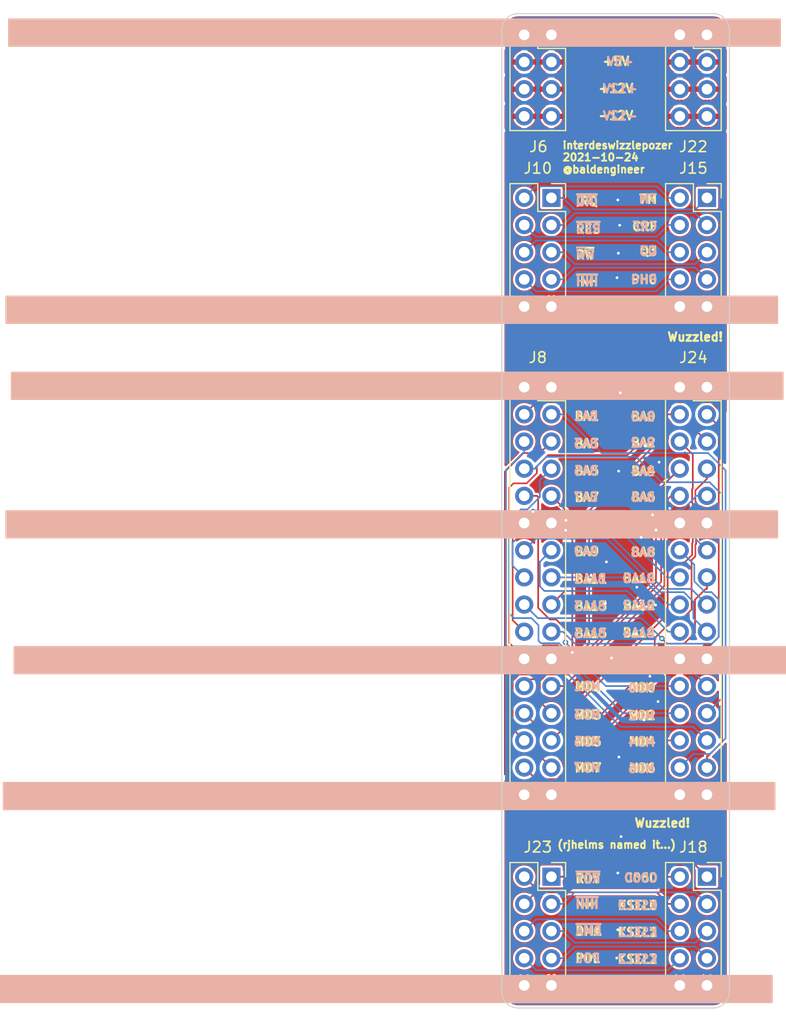
<source format=kicad_pcb>
(kicad_pcb (version 20171130) (host pcbnew "(5.1.10)-1")
  (layers (0 F.Cu signal) (31 B.Cu signal) (34 B.Paste user) (35 F.Paste user) (36 B.SilkS user) (37 F.SilkS user) (38 B.Mask user) (39 F.Mask user) (44 Edge.Cuts user))
  (net 0 "")
  (net 1 +5V)
  (net 2 +12V)
  (net 3 -12V)
  (net 4 /KSEL2)
  (net 5 /PDLTRIG)
  (net 6 /KSEL1)
  (net 7 /~DMA)
  (net 8 /KSEL0)
  (net 9 /~NMI)
  (net 10 /C060-67)
  (net 11 /~RDY)
  (net 12 /MD6)
  (net 13 /MD7)
  (net 14 /MD4)
  (net 15 /MD5)
  (net 16 /MD2)
  (net 17 /MD3)
  (net 18 /MD0)
  (net 19 /MD1)
  (net 20 /BA14)
  (net 21 /BA15)
  (net 22 /BA12)
  (net 23 /BA13)
  (net 24 /BA10)
  (net 25 /BA11)
  (net 26 /BA8)
  (net 27 /BA9)
  (net 28 /BA6)
  (net 29 /BA7)
  (net 30 /BA4)
  (net 31 /BA5)
  (net 32 /BA2)
  (net 33 /BA3)
  (net 34 /BA0)
  (net 35 /BA1)
  (net 36 /PH0)
  (net 37 /~INH)
  (net 38 /Q3)
  (net 39 /RW)
  (net 40 /CREF)
  (net 41 /~RESET)
  (net 42 /7M)
  (net 43 /~IRQ)
  (net 44 /GND)
  (module Connector_PinSocket_2.54mm:PinSocket_2x16_P2.54mm_Vertical (layer F.Cu) (at 96.266 62.865)
    (fp_text reference J24 (at -1.27 -2.77) (layer F.SilkS))
    (fp_text value Addr_Main_Data)
    (pad 32 thru_hole oval (at -2.54 38.1) (size 1.7 1.7) (drill 1) (layers *.Cu *.Mask) (net 44 /GND))
    (pad 31 thru_hole oval (at 0 38.1) (size 1.7 1.7) (drill 1) (layers *.Cu *.Mask) (net 44 /GND))
    (pad 30 thru_hole oval (at -2.54 35.56) (size 1.7 1.7) (drill 1) (layers *.Cu *.Mask) (net 35 /BA1))
    (pad 29 thru_hole oval (at 0 35.56) (size 1.7 1.7) (drill 1) (layers *.Cu *.Mask) (net 34 /BA0))
    (pad 28 thru_hole oval (at -2.54 33.02) (size 1.7 1.7) (drill 1) (layers *.Cu *.Mask) (net 33 /BA3))
    (pad 27 thru_hole oval (at 0 33.02) (size 1.7 1.7) (drill 1) (layers *.Cu *.Mask) (net 32 /BA2))
    (pad 26 thru_hole oval (at -2.54 30.48) (size 1.7 1.7) (drill 1) (layers *.Cu *.Mask) (net 31 /BA5))
    (pad 25 thru_hole oval (at 0 30.48) (size 1.7 1.7) (drill 1) (layers *.Cu *.Mask) (net 30 /BA4))
    (pad 24 thru_hole oval (at -2.54 27.94) (size 1.7 1.7) (drill 1) (layers *.Cu *.Mask) (net 29 /BA7))
    (pad 23 thru_hole oval (at 0 27.94) (size 1.7 1.7) (drill 1) (layers *.Cu *.Mask) (net 28 /BA6))
    (pad 22 thru_hole oval (at -2.54 25.4) (size 1.7 1.7) (drill 1) (layers *.Cu *.Mask) (net 44 /GND))
    (pad 21 thru_hole oval (at 0 25.4) (size 1.7 1.7) (drill 1) (layers *.Cu *.Mask) (net 44 /GND))
    (pad 20 thru_hole oval (at -2.54 22.86) (size 1.7 1.7) (drill 1) (layers *.Cu *.Mask) (net 27 /BA9))
    (pad 19 thru_hole oval (at 0 22.86) (size 1.7 1.7) (drill 1) (layers *.Cu *.Mask) (net 26 /BA8))
    (pad 18 thru_hole oval (at -2.54 20.32) (size 1.7 1.7) (drill 1) (layers *.Cu *.Mask) (net 25 /BA11))
    (pad 17 thru_hole oval (at 0 20.32) (size 1.7 1.7) (drill 1) (layers *.Cu *.Mask) (net 24 /BA10))
    (pad 16 thru_hole oval (at -2.54 17.78) (size 1.7 1.7) (drill 1) (layers *.Cu *.Mask) (net 23 /BA13))
    (pad 15 thru_hole oval (at 0 17.78) (size 1.7 1.7) (drill 1) (layers *.Cu *.Mask) (net 22 /BA12))
    (pad 14 thru_hole oval (at -2.54 15.24) (size 1.7 1.7) (drill 1) (layers *.Cu *.Mask) (net 21 /BA15))
    (pad 13 thru_hole oval (at 0 15.24) (size 1.7 1.7) (drill 1) (layers *.Cu *.Mask) (net 20 /BA14))
    (pad 12 thru_hole oval (at -2.54 12.7) (size 1.7 1.7) (drill 1) (layers *.Cu *.Mask) (net 44 /GND))
    (pad 11 thru_hole oval (at 0 12.7) (size 1.7 1.7) (drill 1) (layers *.Cu *.Mask) (net 44 /GND))
    (pad 10 thru_hole oval (at -2.54 10.16) (size 1.7 1.7) (drill 1) (layers *.Cu *.Mask) (net 19 /MD1))
    (pad 9 thru_hole oval (at 0 10.16) (size 1.7 1.7) (drill 1) (layers *.Cu *.Mask) (net 18 /MD0))
    (pad 8 thru_hole oval (at -2.54 7.62) (size 1.7 1.7) (drill 1) (layers *.Cu *.Mask) (net 17 /MD3))
    (pad 7 thru_hole oval (at 0 7.62) (size 1.7 1.7) (drill 1) (layers *.Cu *.Mask) (net 16 /MD2))
    (pad 6 thru_hole oval (at -2.54 5.08) (size 1.7 1.7) (drill 1) (layers *.Cu *.Mask) (net 15 /MD5))
    (pad 5 thru_hole oval (at 0 5.08) (size 1.7 1.7) (drill 1) (layers *.Cu *.Mask) (net 14 /MD4))
    (pad 4 thru_hole oval (at -2.54 2.54) (size 1.7 1.7) (drill 1) (layers *.Cu *.Mask) (net 13 /MD7))
    (pad 3 thru_hole oval (at 0 2.54) (size 1.7 1.7) (drill 1) (layers *.Cu *.Mask) (net 12 /MD6))
    (pad 2 thru_hole oval (at -2.54 0) (size 1.7 1.7) (drill 1) (layers *.Cu *.Mask) (net 44 /GND))
    (pad 1 thru_hole rect (at 0 0) (size 1.7 1.7) (drill 1) (layers *.Cu *.Mask) (net 44 /GND))
  )
  (module Connector_PinSocket_2.54mm:PinSocket_2x05_P2.54mm_Vertical (layer F.Cu) (at 81.7252 108.631)
    (fp_text reference J23 (at -1.27 -2.77) (layer F.SilkS))
    (fp_text value CTRL2)
    (pad 10 thru_hole oval (at -2.54 10.16) (size 1.7 1.7) (drill 1) (layers *.Cu *.Mask) (net 44 /GND))
    (pad 9 thru_hole oval (at 0 10.16) (size 1.7 1.7) (drill 1) (layers *.Cu *.Mask) (net 44 /GND))
    (pad 8 thru_hole oval (at -2.54 7.62) (size 1.7 1.7) (drill 1) (layers *.Cu *.Mask) (net 4 /KSEL2))
    (pad 7 thru_hole oval (at 0 7.62) (size 1.7 1.7) (drill 1) (layers *.Cu *.Mask) (net 5 /PDLTRIG))
    (pad 6 thru_hole oval (at -2.54 5.08) (size 1.7 1.7) (drill 1) (layers *.Cu *.Mask) (net 6 /KSEL1))
    (pad 5 thru_hole oval (at 0 5.08) (size 1.7 1.7) (drill 1) (layers *.Cu *.Mask) (net 7 /~DMA))
    (pad 4 thru_hole oval (at -2.54 2.54) (size 1.7 1.7) (drill 1) (layers *.Cu *.Mask) (net 8 /KSEL0))
    (pad 3 thru_hole oval (at 0 2.54) (size 1.7 1.7) (drill 1) (layers *.Cu *.Mask) (net 9 /~NMI))
    (pad 2 thru_hole oval (at -2.54 0) (size 1.7 1.7) (drill 1) (layers *.Cu *.Mask) (net 10 /C060-67))
    (pad 1 thru_hole rect (at 0 0) (size 1.7 1.7) (drill 1) (layers *.Cu *.Mask) (net 11 /~RDY))
  )
  (module Connector_PinSocket_2.54mm:PinSocket_2x04_P2.54mm_Vertical (layer F.Cu) (at 96.27 29.926)
    (fp_text reference J22 (at -1.274 10.46) (layer F.SilkS))
    (fp_text value Pwr)
    (pad 8 thru_hole oval (at -2.54 7.62) (size 1.7 1.7) (drill 1) (layers *.Cu *.Mask) (net 3 -12V))
    (pad 7 thru_hole oval (at 0 7.62) (size 1.7 1.7) (drill 1) (layers *.Cu *.Mask) (net 3 -12V))
    (pad 6 thru_hole oval (at -2.54 5.08) (size 1.7 1.7) (drill 1) (layers *.Cu *.Mask) (net 2 +12V))
    (pad 5 thru_hole oval (at 0 5.08) (size 1.7 1.7) (drill 1) (layers *.Cu *.Mask) (net 2 +12V))
    (pad 4 thru_hole oval (at -2.54 2.54) (size 1.7 1.7) (drill 1) (layers *.Cu *.Mask) (net 1 +5V))
    (pad 3 thru_hole oval (at 0 2.54) (size 1.7 1.7) (drill 1) (layers *.Cu *.Mask) (net 1 +5V))
    (pad 2 thru_hole oval (at -2.54 0) (size 1.7 1.7) (drill 1) (layers *.Cu *.Mask) (net 44 /GND))
    (pad 1 thru_hole rect (at 0 0) (size 1.7 1.7) (drill 1) (layers *.Cu *.Mask) (net 44 /GND))
  )
  (module Connector_PinSocket_2.54mm:PinSocket_2x05_P2.54mm_Vertical (layer F.Cu) (at 96.27 108.631)
    (fp_text reference J18 (at -1.27 -2.77) (layer F.SilkS))
    (fp_text value CTRL2)
    (pad 10 thru_hole oval (at -2.54 10.16) (size 1.7 1.7) (drill 1) (layers *.Cu *.Mask) (net 44 /GND))
    (pad 9 thru_hole oval (at 0 10.16) (size 1.7 1.7) (drill 1) (layers *.Cu *.Mask) (net 44 /GND))
    (pad 8 thru_hole oval (at -2.54 7.62) (size 1.7 1.7) (drill 1) (layers *.Cu *.Mask) (net 4 /KSEL2))
    (pad 7 thru_hole oval (at 0 7.62) (size 1.7 1.7) (drill 1) (layers *.Cu *.Mask) (net 5 /PDLTRIG))
    (pad 6 thru_hole oval (at -2.54 5.08) (size 1.7 1.7) (drill 1) (layers *.Cu *.Mask) (net 6 /KSEL1))
    (pad 5 thru_hole oval (at 0 5.08) (size 1.7 1.7) (drill 1) (layers *.Cu *.Mask) (net 7 /~DMA))
    (pad 4 thru_hole oval (at -2.54 2.54) (size 1.7 1.7) (drill 1) (layers *.Cu *.Mask) (net 8 /KSEL0))
    (pad 3 thru_hole oval (at 0 2.54) (size 1.7 1.7) (drill 1) (layers *.Cu *.Mask) (net 9 /~NMI))
    (pad 2 thru_hole oval (at -2.54 0) (size 1.7 1.7) (drill 1) (layers *.Cu *.Mask) (net 10 /C060-67))
    (pad 1 thru_hole rect (at 0 0) (size 1.7 1.7) (drill 1) (layers *.Cu *.Mask) (net 11 /~RDY))
  )
  (module Connector_PinSocket_2.54mm:PinSocket_2x05_P2.54mm_Vertical (layer F.Cu) (at 96.27 45.168)
    (fp_text reference J15 (at -1.27 -2.77) (layer F.SilkS))
    (fp_text value CTRL1)
    (pad 10 thru_hole oval (at -2.54 10.16) (size 1.7 1.7) (drill 1) (layers *.Cu *.Mask) (net 44 /GND))
    (pad 9 thru_hole oval (at 0 10.16) (size 1.7 1.7) (drill 1) (layers *.Cu *.Mask) (net 44 /GND))
    (pad 8 thru_hole oval (at -2.54 7.62) (size 1.7 1.7) (drill 1) (layers *.Cu *.Mask) (net 36 /PH0))
    (pad 7 thru_hole oval (at 0 7.62) (size 1.7 1.7) (drill 1) (layers *.Cu *.Mask) (net 37 /~INH))
    (pad 6 thru_hole oval (at -2.54 5.08) (size 1.7 1.7) (drill 1) (layers *.Cu *.Mask) (net 38 /Q3))
    (pad 5 thru_hole oval (at 0 5.08) (size 1.7 1.7) (drill 1) (layers *.Cu *.Mask) (net 39 /RW))
    (pad 4 thru_hole oval (at -2.54 2.54) (size 1.7 1.7) (drill 1) (layers *.Cu *.Mask) (net 40 /CREF))
    (pad 3 thru_hole oval (at 0 2.54) (size 1.7 1.7) (drill 1) (layers *.Cu *.Mask) (net 41 /~RESET))
    (pad 2 thru_hole oval (at -2.54 0) (size 1.7 1.7) (drill 1) (layers *.Cu *.Mask) (net 42 /7M))
    (pad 1 thru_hole rect (at 0 0) (size 1.7 1.7) (drill 1) (layers *.Cu *.Mask) (net 43 /~IRQ))
  )
  (module Connector_PinSocket_2.54mm:PinSocket_2x05_P2.54mm_Vertical (layer F.Cu) (at 81.7252 45.168)
    (fp_text reference J10 (at -1.27 -2.77) (layer F.SilkS))
    (fp_text value CTRL1)
    (pad 10 thru_hole oval (at -2.54 10.16) (size 1.7 1.7) (drill 1) (layers *.Cu *.Mask) (net 44 /GND))
    (pad 9 thru_hole oval (at 0 10.16) (size 1.7 1.7) (drill 1) (layers *.Cu *.Mask) (net 44 /GND))
    (pad 8 thru_hole oval (at -2.54 7.62) (size 1.7 1.7) (drill 1) (layers *.Cu *.Mask) (net 36 /PH0))
    (pad 7 thru_hole oval (at 0 7.62) (size 1.7 1.7) (drill 1) (layers *.Cu *.Mask) (net 37 /~INH))
    (pad 6 thru_hole oval (at -2.54 5.08) (size 1.7 1.7) (drill 1) (layers *.Cu *.Mask) (net 38 /Q3))
    (pad 5 thru_hole oval (at 0 5.08) (size 1.7 1.7) (drill 1) (layers *.Cu *.Mask) (net 39 /RW))
    (pad 4 thru_hole oval (at -2.54 2.54) (size 1.7 1.7) (drill 1) (layers *.Cu *.Mask) (net 40 /CREF))
    (pad 3 thru_hole oval (at 0 2.54) (size 1.7 1.7) (drill 1) (layers *.Cu *.Mask) (net 41 /~RESET))
    (pad 2 thru_hole oval (at -2.54 0) (size 1.7 1.7) (drill 1) (layers *.Cu *.Mask) (net 42 /7M))
    (pad 1 thru_hole rect (at 0 0) (size 1.7 1.7) (drill 1) (layers *.Cu *.Mask) (net 43 /~IRQ))
  )
  (module Connector_PinSocket_2.54mm:PinSocket_2x16_P2.54mm_Vertical (layer F.Cu) (at 81.7252 62.865)
    (fp_text reference J8 (at -1.27 -2.77) (layer F.SilkS))
    (fp_text value Addr_Main_Data)
    (pad 32 thru_hole oval (at -2.54 38.1) (size 1.7 1.7) (drill 1) (layers *.Cu *.Mask) (net 44 /GND))
    (pad 31 thru_hole oval (at 0 38.1) (size 1.7 1.7) (drill 1) (layers *.Cu *.Mask) (net 44 /GND))
    (pad 30 thru_hole oval (at -2.54 35.56) (size 1.7 1.7) (drill 1) (layers *.Cu *.Mask) (net 12 /MD6))
    (pad 29 thru_hole oval (at 0 35.56) (size 1.7 1.7) (drill 1) (layers *.Cu *.Mask) (net 13 /MD7))
    (pad 28 thru_hole oval (at -2.54 33.02) (size 1.7 1.7) (drill 1) (layers *.Cu *.Mask) (net 14 /MD4))
    (pad 27 thru_hole oval (at 0 33.02) (size 1.7 1.7) (drill 1) (layers *.Cu *.Mask) (net 15 /MD5))
    (pad 26 thru_hole oval (at -2.54 30.48) (size 1.7 1.7) (drill 1) (layers *.Cu *.Mask) (net 16 /MD2))
    (pad 25 thru_hole oval (at 0 30.48) (size 1.7 1.7) (drill 1) (layers *.Cu *.Mask) (net 17 /MD3))
    (pad 24 thru_hole oval (at -2.54 27.94) (size 1.7 1.7) (drill 1) (layers *.Cu *.Mask) (net 18 /MD0))
    (pad 23 thru_hole oval (at 0 27.94) (size 1.7 1.7) (drill 1) (layers *.Cu *.Mask) (net 19 /MD1))
    (pad 22 thru_hole oval (at -2.54 25.4) (size 1.7 1.7) (drill 1) (layers *.Cu *.Mask) (net 44 /GND))
    (pad 21 thru_hole oval (at 0 25.4) (size 1.7 1.7) (drill 1) (layers *.Cu *.Mask) (net 44 /GND))
    (pad 20 thru_hole oval (at -2.54 22.86) (size 1.7 1.7) (drill 1) (layers *.Cu *.Mask) (net 20 /BA14))
    (pad 19 thru_hole oval (at 0 22.86) (size 1.7 1.7) (drill 1) (layers *.Cu *.Mask) (net 21 /BA15))
    (pad 18 thru_hole oval (at -2.54 20.32) (size 1.7 1.7) (drill 1) (layers *.Cu *.Mask) (net 22 /BA12))
    (pad 17 thru_hole oval (at 0 20.32) (size 1.7 1.7) (drill 1) (layers *.Cu *.Mask) (net 23 /BA13))
    (pad 16 thru_hole oval (at -2.54 17.78) (size 1.7 1.7) (drill 1) (layers *.Cu *.Mask) (net 24 /BA10))
    (pad 15 thru_hole oval (at 0 17.78) (size 1.7 1.7) (drill 1) (layers *.Cu *.Mask) (net 25 /BA11))
    (pad 14 thru_hole oval (at -2.54 15.24) (size 1.7 1.7) (drill 1) (layers *.Cu *.Mask) (net 26 /BA8))
    (pad 13 thru_hole oval (at 0 15.24) (size 1.7 1.7) (drill 1) (layers *.Cu *.Mask) (net 27 /BA9))
    (pad 12 thru_hole oval (at -2.54 12.7) (size 1.7 1.7) (drill 1) (layers *.Cu *.Mask) (net 44 /GND))
    (pad 11 thru_hole oval (at 0 12.7) (size 1.7 1.7) (drill 1) (layers *.Cu *.Mask) (net 44 /GND))
    (pad 10 thru_hole oval (at -2.54 10.16) (size 1.7 1.7) (drill 1) (layers *.Cu *.Mask) (net 28 /BA6))
    (pad 9 thru_hole oval (at 0 10.16) (size 1.7 1.7) (drill 1) (layers *.Cu *.Mask) (net 29 /BA7))
    (pad 8 thru_hole oval (at -2.54 7.62) (size 1.7 1.7) (drill 1) (layers *.Cu *.Mask) (net 30 /BA4))
    (pad 7 thru_hole oval (at 0 7.62) (size 1.7 1.7) (drill 1) (layers *.Cu *.Mask) (net 31 /BA5))
    (pad 6 thru_hole oval (at -2.54 5.08) (size 1.7 1.7) (drill 1) (layers *.Cu *.Mask) (net 32 /BA2))
    (pad 5 thru_hole oval (at 0 5.08) (size 1.7 1.7) (drill 1) (layers *.Cu *.Mask) (net 33 /BA3))
    (pad 4 thru_hole oval (at -2.54 2.54) (size 1.7 1.7) (drill 1) (layers *.Cu *.Mask) (net 34 /BA0))
    (pad 3 thru_hole oval (at 0 2.54) (size 1.7 1.7) (drill 1) (layers *.Cu *.Mask) (net 35 /BA1))
    (pad 2 thru_hole oval (at -2.54 0) (size 1.7 1.7) (drill 1) (layers *.Cu *.Mask) (net 44 /GND))
    (pad 1 thru_hole rect (at 0 0) (size 1.7 1.7) (drill 1) (layers *.Cu *.Mask) (net 44 /GND))
  )
  (module Connector_PinSocket_2.54mm:PinSocket_2x04_P2.54mm_Vertical (layer F.Cu) (at 81.7252 29.926)
    (fp_text reference J6 (at -1.20725 10.46) (layer F.SilkS))
    (fp_text value Pwr)
    (pad 8 thru_hole oval (at -2.54 7.62) (size 1.7 1.7) (drill 1) (layers *.Cu *.Mask) (net 3 -12V))
    (pad 7 thru_hole oval (at 0 7.62) (size 1.7 1.7) (drill 1) (layers *.Cu *.Mask) (net 3 -12V))
    (pad 6 thru_hole oval (at -2.54 5.08) (size 1.7 1.7) (drill 1) (layers *.Cu *.Mask) (net 2 +12V))
    (pad 5 thru_hole oval (at 0 5.08) (size 1.7 1.7) (drill 1) (layers *.Cu *.Mask) (net 2 +12V))
    (pad 4 thru_hole oval (at -2.54 2.54) (size 1.7 1.7) (drill 1) (layers *.Cu *.Mask) (net 1 +5V))
    (pad 3 thru_hole oval (at 0 2.54) (size 1.7 1.7) (drill 1) (layers *.Cu *.Mask) (net 1 +5V))
    (pad 2 thru_hole oval (at -2.54 0) (size 1.7 1.7) (drill 1) (layers *.Cu *.Mask) (net 44 /GND))
    (pad 1 thru_hole rect (at 0 0) (size 1.7 1.7) (drill 1) (layers *.Cu *.Mask) (net 44 /GND))
  )
  (gr_text +5V (at 88.1634 32.4174) (layer B.SilkS) (effects (font (size 0.8 0.8) (thickness 0.2)) (justify mirror)))
  (gr_text -12V (at 88.1634 37.4974) (layer B.SilkS) (effects (font (size 0.8 0.8) (thickness 0.2)) (justify mirror)))
  (gr_text +12V (at 88.1634 34.9574) (layer B.SilkS) (effects (font (size 0.8 0.8) (thickness 0.2)) (justify mirror)))
  (gr_text "(rjhelms named it...)" (at 82.1944 105.6386) (layer F.SilkS) (effects (font (size 0.7 0.7) (thickness 0.175)) (justify left)))
  (gr_text -12V (at 87.757 37.472) (layer F.SilkS) (effects (font (size 0.8 0.8) (thickness 0.2))))
  (gr_text +12V (at 87.757 34.932) (layer F.SilkS) (effects (font (size 0.8 0.8) (thickness 0.2))))
  (gr_text +5V (at 87.757 32.392) (layer F.SilkS) (effects (font (size 0.8 0.8) (thickness 0.2))))
  (gr_text Wuzzled! (at 92.1004 103.6066) (layer F.SilkS) (effects (font (size 0.8 0.8) (thickness 0.2))))
  (gr_text Wuzzled! (at 95.1738 58.166) (layer F.SilkS) (effects (font (size 0.8 0.8) (thickness 0.2))))
  (gr_text "interdeswizzlepozer\n2021-10-24\n@baldengineer" (at 82.677 41.3766) (layer F.SilkS) (effects (font (size 0.7 0.7) (thickness 0.175)) (justify left)))
  (gr_arc (start 78.613 119.38) (end 77.089 119.38) (angle -90) (layer Edge.Cuts) (width 0.1))
  (gr_arc (start 96.8502 119.38) (end 96.8502 120.904) (angle -90) (layer Edge.Cuts) (width 0.1))
  (gr_arc (start 96.8502 29.464) (end 98.3742 29.464) (angle -90) (layer Edge.Cuts) (width 0.1))
  (gr_arc (start 78.613 29.464) (end 78.613 27.94) (angle -90) (layer Edge.Cuts) (width 0.1))
  (gr_poly (pts (xy 102.362 117.856) (xy 30.226 117.856) (xy 30.226 120.396) (xy 102.362 120.396)) (layer B.SilkS) (width 0.1))
  (gr_poly (pts (xy 102.362 120.396) (xy 30.226 120.396) (xy 30.226 117.856) (xy 102.362 117.856)) (layer F.SilkS) (width 0.1))
  (gr_poly (pts (xy 102.616 99.822) (xy 30.48 99.822) (xy 30.48 102.362) (xy 102.616 102.362)) (layer B.SilkS) (width 0.1))
  (gr_poly (pts (xy 102.616 102.362) (xy 30.48 102.362) (xy 30.48 99.822) (xy 102.616 99.822)) (layer F.SilkS) (width 0.1))
  (gr_poly (pts (xy 103.632 87.122) (xy 31.496 87.122) (xy 31.496 89.662) (xy 103.632 89.662)) (layer B.SilkS) (width 0.1))
  (gr_poly (pts (xy 103.632 89.662) (xy 31.496 89.662) (xy 31.496 87.122) (xy 103.632 87.122)) (layer F.SilkS) (width 0.1))
  (gr_poly (pts (xy 102.87 74.422) (xy 30.734 74.422) (xy 30.734 76.962) (xy 102.87 76.962)) (layer B.SilkS) (width 0.1))
  (gr_poly (pts (xy 102.87 76.962) (xy 30.734 76.962) (xy 30.734 74.422) (xy 102.87 74.422)) (layer F.SilkS) (width 0.1))
  (gr_poly (pts (xy 103.124 30.988) (xy 30.988 30.988) (xy 30.988 28.448) (xy 103.124 28.448)) (layer F.SilkS) (width 0.1))
  (gr_poly (pts (xy 103.124 28.448) (xy 30.988 28.448) (xy 30.988 30.988) (xy 103.124 30.988)) (layer B.SilkS) (width 0.1))
  (gr_poly (pts (xy 102.87 54.356) (xy 30.734 54.356) (xy 30.734 56.896) (xy 102.87 56.896)) (layer B.SilkS) (width 0.1))
  (gr_poly (pts (xy 102.87 56.896) (xy 30.734 56.896) (xy 30.734 54.356) (xy 102.87 54.356)) (layer F.SilkS) (width 0.1))
  (gr_poly (pts (xy 103.378 61.468) (xy 31.242 61.468) (xy 31.242 64.008) (xy 103.378 64.008)) (layer B.SilkS) (width 0.1))
  (gr_poly (pts (xy 103.378 64.008) (xy 31.242 64.008) (xy 31.242 61.468) (xy 103.378 61.468)) (layer F.SilkS) (width 0.1))
  (gr_text KSEL1 (at 89.788962 113.8174) (layer B.SilkS) (effects (font (size 0.8 0.8) (thickness 0.2)) (justify mirror)))
  (gr_text KSEL0 (at 89.788962 111.3028) (layer B.SilkS) (effects (font (size 0.8 0.8) (thickness 0.2)) (justify mirror)))
  (gr_text C060 (at 90.093724 108.7374) (layer B.SilkS) (effects (font (size 0.8 0.8) (thickness 0.2)) (justify mirror)))
  (gr_text KSEL2 (at 89.788962 116.332) (layer B.SilkS) (effects (font (size 0.8 0.8) (thickness 0.2)) (justify mirror)))
  (gr_text KSEL1 (at 89.789038 113.8174) (layer F.SilkS) (effects (font (size 0.8 0.8) (thickness 0.2))))
  (gr_text KSEL0 (at 89.789038 111.3028) (layer F.SilkS) (effects (font (size 0.8 0.8) (thickness 0.2))))
  (gr_text C060 (at 90.0938 108.7374) (layer F.SilkS) (effects (font (size 0.8 0.8) (thickness 0.2))))
  (gr_text KSEL2 (at 89.789038 116.332) (layer F.SilkS) (effects (font (size 0.8 0.8) (thickness 0.2))))
  (gr_text PDL (at 85.140818 116.2558) (layer B.SilkS) (effects (font (size 0.8 0.8) (thickness 0.2)) (justify mirror)))
  (gr_text ~DMA (at 85.217009 113.7158) (layer B.SilkS) (effects (font (size 0.8 0.8) (thickness 0.2)) (justify mirror)))
  (gr_text ~NMI (at 85.083675 111.2012) (layer B.SilkS) (effects (font (size 0.8 0.8) (thickness 0.2)) (justify mirror)))
  (gr_text ~RDY (at 85.159866 108.8136) (layer B.SilkS) (effects (font (size 0.8 0.8) (thickness 0.2)) (justify mirror)))
  (gr_text PDL (at 85.1154 116.2558) (layer F.SilkS) (effects (font (size 0.8 0.8) (thickness 0.2))))
  (gr_text ~DMA (at 85.191591 113.7158) (layer F.SilkS) (effects (font (size 0.8 0.8) (thickness 0.2))))
  (gr_text ~NMI (at 85.058257 111.2012) (layer F.SilkS) (effects (font (size 0.8 0.8) (thickness 0.2))))
  (gr_text ~RDY (at 85.134448 108.8136) (layer F.SilkS) (effects (font (size 0.8 0.8) (thickness 0.2))))
  (gr_text MD4 (at 90.157315 96.0374) (layer B.SilkS) (effects (font (size 0.8 0.8) (thickness 0.2)) (justify mirror)))
  (gr_text BA6 (at 90.2716 73.152) (layer B.SilkS) (effects (font (size 0.8 0.8) (thickness 0.2)) (justify mirror)))
  (gr_text BA2 (at 90.2716 68.072) (layer B.SilkS) (effects (font (size 0.8 0.8) (thickness 0.2)) (justify mirror)))
  (gr_text MD2 (at 90.157315 93.5736) (layer B.SilkS) (effects (font (size 0.8 0.8) (thickness 0.2)) (justify mirror)))
  (gr_text MD0 (at 90.157315 90.9828) (layer B.SilkS) (effects (font (size 0.8 0.8) (thickness 0.2)) (justify mirror)))
  (gr_text BA4 (at 90.2716 70.739) (layer B.SilkS) (effects (font (size 0.8 0.8) (thickness 0.2)) (justify mirror)))
  (gr_text BA0 (at 90.2716 65.6336) (layer B.SilkS) (effects (font (size 0.8 0.8) (thickness 0.2)) (justify mirror)))
  (gr_text BA8 (at 90.2716 78.3082) (layer B.SilkS) (effects (font (size 0.8 0.8) (thickness 0.2)) (justify mirror)))
  (gr_text MD6 (at 90.157315 98.5012) (layer B.SilkS) (effects (font (size 0.8 0.8) (thickness 0.2)) (justify mirror)))
  (gr_text BA14 (at 89.890648 85.852) (layer B.SilkS) (effects (font (size 0.8 0.8) (thickness 0.2)) (justify mirror)))
  (gr_text BA12 (at 89.890648 83.2866) (layer B.SilkS) (effects (font (size 0.8 0.8) (thickness 0.2)) (justify mirror)))
  (gr_text BA10 (at 89.890648 80.7466) (layer B.SilkS) (effects (font (size 0.8 0.8) (thickness 0.2)) (justify mirror)))
  (gr_text MD4 (at 90.208115 96.012) (layer F.SilkS) (effects (font (size 0.8 0.8) (thickness 0.2))))
  (gr_text BA6 (at 90.3224 73.1266) (layer F.SilkS) (effects (font (size 0.8 0.8) (thickness 0.2))))
  (gr_text BA2 (at 90.3224 68.0466) (layer F.SilkS) (effects (font (size 0.8 0.8) (thickness 0.2))))
  (gr_text MD2 (at 90.208115 93.5482) (layer F.SilkS) (effects (font (size 0.8 0.8) (thickness 0.2))))
  (gr_text MD0 (at 90.208115 90.9574) (layer F.SilkS) (effects (font (size 0.8 0.8) (thickness 0.2))))
  (gr_text BA4 (at 90.3224 70.7136) (layer F.SilkS) (effects (font (size 0.8 0.8) (thickness 0.2))))
  (gr_text BA0 (at 90.3224 65.6082) (layer F.SilkS) (effects (font (size 0.8 0.8) (thickness 0.2))))
  (gr_text BA8 (at 90.3224 78.2828) (layer F.SilkS) (effects (font (size 0.8 0.8) (thickness 0.2))))
  (gr_text MD6 (at 90.208115 98.4758) (layer F.SilkS) (effects (font (size 0.8 0.8) (thickness 0.2))))
  (gr_text BA14 (at 89.916 85.8266) (layer F.SilkS) (effects (font (size 0.8 0.8) (thickness 0.2))))
  (gr_text BA12 (at 89.941448 83.2612) (layer F.SilkS) (effects (font (size 0.8 0.8) (thickness 0.2))))
  (gr_text BA10 (at 89.941448 80.7212) (layer F.SilkS) (effects (font (size 0.8 0.8) (thickness 0.2))))
  (gr_text MD5 (at 85.077286 95.9866) (layer B.SilkS) (effects (font (size 0.8 0.8) (thickness 0.2)) (justify mirror)))
  (gr_text BA3 (at 84.963 68.1228) (layer B.SilkS) (effects (font (size 0.8 0.8) (thickness 0.2)) (justify mirror)))
  (gr_text BA1 (at 84.963 65.5574) (layer B.SilkS) (effects (font (size 0.8 0.8) (thickness 0.2)) (justify mirror)))
  (gr_text MD7 (at 85.077286 98.425) (layer B.SilkS) (effects (font (size 0.8 0.8) (thickness 0.2)) (justify mirror)))
  (gr_text BA11 (at 85.343953 80.772) (layer B.SilkS) (effects (font (size 0.8 0.8) (thickness 0.2)) (justify mirror)))
  (gr_text BA5 (at 84.963 70.6628) (layer B.SilkS) (effects (font (size 0.8 0.8) (thickness 0.2)) (justify mirror)))
  (gr_text BA7 (at 84.963 73.1266) (layer B.SilkS) (effects (font (size 0.8 0.8) (thickness 0.2)) (justify mirror)))
  (gr_text MD3 (at 85.077286 93.472) (layer B.SilkS) (effects (font (size 0.8 0.8) (thickness 0.2)) (justify mirror)))
  (gr_text BA9 (at 84.963 78.2066) (layer B.SilkS) (effects (font (size 0.8 0.8) (thickness 0.2)) (justify mirror)))
  (gr_text BA13 (at 85.343953 83.312) (layer B.SilkS) (effects (font (size 0.8 0.8) (thickness 0.2)) (justify mirror)))
  (gr_text BA15 (at 85.343953 85.852) (layer B.SilkS) (effects (font (size 0.8 0.8) (thickness 0.2)) (justify mirror)))
  (gr_text MD1 (at 85.077286 90.8304) (layer B.SilkS) (effects (font (size 0.8 0.8) (thickness 0.2)) (justify mirror)))
  (gr_text MD5 (at 85.153486 96.012) (layer F.SilkS) (effects (font (size 0.8 0.8) (thickness 0.2))))
  (gr_text BA3 (at 85.0392 68.1482) (layer F.SilkS) (effects (font (size 0.8 0.8) (thickness 0.2))))
  (gr_text BA1 (at 85.0392 65.5828) (layer F.SilkS) (effects (font (size 0.8 0.8) (thickness 0.2))))
  (gr_text MD7 (at 85.153486 98.4504) (layer F.SilkS) (effects (font (size 0.8 0.8) (thickness 0.2))))
  (gr_text BA11 (at 85.420153 80.7974) (layer F.SilkS) (effects (font (size 0.8 0.8) (thickness 0.2))))
  (gr_text BA5 (at 85.0392 70.6882) (layer F.SilkS) (effects (font (size 0.8 0.8) (thickness 0.2))))
  (gr_text BA7 (at 85.0392 73.152) (layer F.SilkS) (effects (font (size 0.8 0.8) (thickness 0.2))))
  (gr_text MD3 (at 85.153486 93.4974) (layer F.SilkS) (effects (font (size 0.8 0.8) (thickness 0.2))))
  (gr_text BA9 (at 85.0392 78.232) (layer F.SilkS) (effects (font (size 0.8 0.8) (thickness 0.2))))
  (gr_text BA13 (at 85.420153 83.3374) (layer F.SilkS) (effects (font (size 0.8 0.8) (thickness 0.2))))
  (gr_text BA15 (at 85.420153 85.8774) (layer F.SilkS) (effects (font (size 0.8 0.8) (thickness 0.2))))
  (gr_text MD1 (at 85.153486 90.8558) (layer F.SilkS) (effects (font (size 0.8 0.8) (thickness 0.2))))
  (gr_text Q3 (at 90.792305 50.1396) (layer B.SilkS) (effects (font (size 0.8 0.8) (thickness 0.2)) (justify mirror)))
  (gr_text PH0 (at 90.392305 52.7812) (layer B.SilkS) (effects (font (size 0.8 0.8) (thickness 0.2)) (justify mirror)))
  (gr_text CRF (at 90.449448 47.8282) (layer B.SilkS) (effects (font (size 0.8 0.8) (thickness 0.2)) (justify mirror)))
  (gr_text 7M (at 90.75421 45.2628) (layer B.SilkS) (effects (font (size 0.8 0.8) (thickness 0.2)) (justify mirror)))
  (gr_text Q3 (at 90.792295 50.165) (layer F.SilkS) (effects (font (size 0.8 0.8) (thickness 0.2))))
  (gr_text PH0 (at 90.392295 52.8066) (layer F.SilkS) (effects (font (size 0.8 0.8) (thickness 0.2))))
  (gr_text CRF (at 90.449438 47.8536) (layer F.SilkS) (effects (font (size 0.8 0.8) (thickness 0.2))))
  (gr_text 7M (at 90.7542 45.2882) (layer F.SilkS) (effects (font (size 0.8 0.8) (thickness 0.2))))
  (gr_text ~RES (at 85.185239 48.0568) (layer B.SilkS) (effects (font (size 0.8 0.8) (thickness 0.2)) (justify mirror)))
  (gr_text R~W (at 84.899525 50.4698) (layer B.SilkS) (effects (font (size 0.8 0.8) (thickness 0.2)) (justify mirror)))
  (gr_text ~IRQ (at 85.051906 45.4914) (layer B.SilkS) (effects (font (size 0.8 0.8) (thickness 0.2)) (justify mirror)))
  (gr_text ~INH (at 85.070953 52.9844) (layer B.SilkS) (effects (font (size 0.8 0.8) (thickness 0.2)) (justify mirror)))
  (gr_text ~RES (at 85.172533 48.0822) (layer F.SilkS) (effects (font (size 0.8 0.8) (thickness 0.2))))
  (gr_text R~W (at 84.886819 50.4952) (layer F.SilkS) (effects (font (size 0.8 0.8) (thickness 0.2))))
  (gr_text ~IRQ (at 85.0392 45.5168) (layer F.SilkS) (effects (font (size 0.8 0.8) (thickness 0.2))))
  (gr_text ~INH (at 85.058247 53.0098) (layer F.SilkS) (effects (font (size 0.8 0.8) (thickness 0.2))))
  (gr_line (start 77.089 119.38) (end 77.089 29.464) (layer Edge.Cuts) (width 0.1))
  (gr_line (start 96.8502 120.904) (end 78.613 120.904) (layer Edge.Cuts) (width 0.1))
  (gr_line (start 98.3742 29.464) (end 98.3742 119.38) (layer Edge.Cuts) (width 0.1))
  (gr_line (start 78.613 27.94) (end 96.8502 27.94) (layer Edge.Cuts) (width 0.1))
  (segment (start 92.6188 117.3622) (end 93.73 116.251) (width 0.1524) (layer B.Cu) (net 4))
  (segment (start 80.2964 117.3622) (end 92.6188 117.3622) (width 0.1524) (layer B.Cu) (net 4))
  (segment (start 79.1852 116.251) (end 80.2964 117.3622) (width 0.1524) (layer B.Cu) (net 4))
  (segment (start 95.187 115.168) (end 96.27 116.251) (width 0.1524) (layer B.Cu) (net 5))
  (segment (start 83.8871 115.168) (end 95.187 115.168) (width 0.1524) (layer B.Cu) (net 5))
  (segment (start 82.8041 116.251) (end 83.8871 115.168) (width 0.1524) (layer B.Cu) (net 5))
  (segment (start 81.7252 116.251) (end 82.8041 116.251) (width 0.1524) (layer B.Cu) (net 5))
  (segment (start 80.2865 112.6097) (end 79.1852 113.711) (width 0.1524) (layer B.Cu) (net 6))
  (segment (start 91.5498 112.6097) (end 80.2865 112.6097) (width 0.1524) (layer B.Cu) (net 6))
  (segment (start 92.6511 113.711) (end 91.5498 112.6097) (width 0.1524) (layer B.Cu) (net 6))
  (segment (start 93.73 113.711) (end 92.6511 113.711) (width 0.1524) (layer B.Cu) (net 6))
  (segment (start 95.1904 114.7906) (end 96.27 113.711) (width 0.1524) (layer B.Cu) (net 7))
  (segment (start 83.8837 114.7906) (end 95.1904 114.7906) (width 0.1524) (layer B.Cu) (net 7))
  (segment (start 82.8041 113.711) (end 83.8837 114.7906) (width 0.1524) (layer B.Cu) (net 7))
  (segment (start 81.7252 113.711) (end 82.8041 113.711) (width 0.1524) (layer B.Cu) (net 7))
  (segment (start 91.5703 110.0902) (end 80.266 110.0902) (width 0.1524) (layer F.Cu) (net 8))
  (segment (start 92.6511 111.171) (end 91.5703 110.0902) (width 0.1524) (layer F.Cu) (net 8))
  (segment (start 80.266 110.0902) (end 79.1852 111.171) (width 0.1524) (layer F.Cu) (net 8))
  (segment (start 93.73 111.171) (end 92.6511 111.171) (width 0.1524) (layer F.Cu) (net 8))
  (segment (start 95.1863 110.0873) (end 96.27 111.171) (width 0.1524) (layer B.Cu) (net 9))
  (segment (start 83.8878 110.0873) (end 95.1863 110.0873) (width 0.1524) (layer B.Cu) (net 9))
  (segment (start 82.8041 111.171) (end 83.8878 110.0873) (width 0.1524) (layer B.Cu) (net 9))
  (segment (start 81.7252 111.171) (end 82.8041 111.171) (width 0.1524) (layer B.Cu) (net 9))
  (segment (start 80.2642 109.71) (end 79.1852 108.631) (width 0.1524) (layer F.Cu) (net 10))
  (segment (start 92.6511 108.631) (end 91.5721 109.71) (width 0.1524) (layer F.Cu) (net 10))
  (segment (start 91.5721 109.71) (end 80.2642 109.71) (width 0.1524) (layer F.Cu) (net 10))
  (segment (start 93.73 108.631) (end 92.6511 108.631) (width 0.1524) (layer F.Cu) (net 10))
  (segment (start 95.1911 107.5521) (end 96.27 108.631) (width 0.1524) (layer F.Cu) (net 11))
  (segment (start 83.883 107.5521) (end 95.1911 107.5521) (width 0.1524) (layer F.Cu) (net 11))
  (segment (start 82.8041 108.631) (end 83.883 107.5521) (width 0.1524) (layer F.Cu) (net 11))
  (segment (start 81.7252 108.631) (end 82.8041 108.631) (width 0.1524) (layer F.Cu) (net 11))
  (segment (start 80.2688 99.5086) (end 79.1852 98.425) (width 0.1524) (layer F.Cu) (net 12))
  (segment (start 82.2432 99.5086) (end 80.2688 99.5086) (width 0.1524) (layer F.Cu) (net 12))
  (segment (start 94.1918 89.344) (end 92.4078 89.344) (width 0.1524) (layer F.Cu) (net 12))
  (segment (start 96.0049 86.995) (end 94.888 88.1119) (width 0.1524) (layer F.Cu) (net 12))
  (segment (start 96.5913 86.995) (end 96.0049 86.995) (width 0.1524) (layer F.Cu) (net 12))
  (segment (start 92.4078 89.344) (end 82.2432 99.5086) (width 0.1524) (layer F.Cu) (net 12))
  (segment (start 97.3684 86.2179) (end 96.5913 86.995) (width 0.1524) (layer F.Cu) (net 12))
  (segment (start 97.3684 66.5074) (end 97.3684 86.2179) (width 0.1524) (layer F.Cu) (net 12))
  (segment (start 94.888 88.6478) (end 94.1918 89.344) (width 0.1524) (layer F.Cu) (net 12))
  (segment (start 94.888 88.1119) (end 94.888 88.6478) (width 0.1524) (layer F.Cu) (net 12))
  (segment (start 96.266 65.405) (end 97.3684 66.5074) (width 0.1524) (layer F.Cu) (net 12))
  (segment (start 92.6471 65.405) (end 93.726 65.405) (width 0.1524) (layer F.Cu) (net 13))
  (segment (start 88.8371 69.215) (end 92.6471 65.405) (width 0.1524) (layer F.Cu) (net 13))
  (segment (start 81.4205 69.215) (end 88.8371 69.215) (width 0.1524) (layer F.Cu) (net 13))
  (segment (start 80.3656 70.2699) (end 81.4205 69.215) (width 0.1524) (layer F.Cu) (net 13))
  (segment (start 80.3656 70.9015) (end 80.3656 70.2699) (width 0.1524) (layer F.Cu) (net 13))
  (segment (start 79.4105 71.8566) (end 80.3656 70.9015) (width 0.1524) (layer F.Cu) (net 13))
  (segment (start 81.7252 98.425) (end 80.4044 97.1042) (width 0.1524) (layer F.Cu) (net 13))
  (segment (start 78.1812 71.8566) (end 79.4105 71.8566) (width 0.1524) (layer F.Cu) (net 13))
  (segment (start 80.263801 87.747271) (end 79.61313 87.0966) (width 0.1524) (layer F.Cu) (net 13))
  (segment (start 77.7894 86.781) (end 77.7894 72.2484) (width 0.1524) (layer F.Cu) (net 13))
  (segment (start 77.8002 90.162603) (end 78.541215 89.421588) (width 0.1524) (layer F.Cu) (net 13))
  (segment (start 77.8002 96.5708) (end 77.8002 90.162603) (width 0.1524) (layer F.Cu) (net 13))
  (segment (start 80.4044 97.1042) (end 78.3336 97.1042) (width 0.1524) (layer F.Cu) (net 13))
  (segment (start 78.3336 97.1042) (end 77.8002 96.5708) (width 0.1524) (layer F.Cu) (net 13))
  (segment (start 78.541215 89.421588) (end 79.624942 89.421588) (width 0.1524) (layer F.Cu) (net 13))
  (segment (start 79.624942 89.421588) (end 80.263801 88.782729) (width 0.1524) (layer F.Cu) (net 13))
  (segment (start 80.263801 88.782729) (end 80.263801 87.747271) (width 0.1524) (layer F.Cu) (net 13))
  (segment (start 79.61313 87.0966) (end 78.105 87.0966) (width 0.1524) (layer F.Cu) (net 13))
  (segment (start 78.105 87.0966) (end 77.7894 86.781) (width 0.1524) (layer F.Cu) (net 13))
  (segment (start 77.7894 72.2484) (end 78.1812 71.8566) (width 0.1524) (layer F.Cu) (net 13))
  (segment (start 83.8695 88.2344) (end 85.2524 86.8515) (width 0.1524) (layer F.Cu) (net 14))
  (segment (start 79.1852 95.885) (end 78.105011 94.804811) (width 0.1524) (layer F.Cu) (net 14))
  (segment (start 80.250401 89.726399) (end 80.6196 89.3572) (width 0.1524) (layer F.Cu) (net 14))
  (segment (start 85.2524 74.412) (end 93.0402 66.6242) (width 0.1524) (layer F.Cu) (net 14))
  (segment (start 78.105011 94.804811) (end 78.105011 90.321655) (width 0.1524) (layer F.Cu) (net 14))
  (segment (start 82.3214 86.995) (end 83.5608 88.2344) (width 0.1524) (layer F.Cu) (net 14))
  (segment (start 78.105011 90.321655) (end 78.700267 89.726399) (width 0.1524) (layer F.Cu) (net 14))
  (segment (start 80.6196 89.3572) (end 80.6196 87.3252) (width 0.1524) (layer F.Cu) (net 14))
  (segment (start 80.6196 87.3252) (end 80.9498 86.995) (width 0.1524) (layer F.Cu) (net 14))
  (segment (start 83.5608 88.2344) (end 83.8695 88.2344) (width 0.1524) (layer F.Cu) (net 14))
  (segment (start 85.2524 86.8515) (end 85.2524 74.412) (width 0.1524) (layer F.Cu) (net 14))
  (segment (start 94.9452 66.6242) (end 96.266 67.945) (width 0.1524) (layer F.Cu) (net 14))
  (segment (start 78.700267 89.726399) (end 80.250401 89.726399) (width 0.1524) (layer F.Cu) (net 14))
  (segment (start 93.0402 66.6242) (end 94.9452 66.6242) (width 0.1524) (layer F.Cu) (net 14))
  (segment (start 80.9498 86.995) (end 82.3214 86.995) (width 0.1524) (layer F.Cu) (net 14))
  (segment (start 83.2404 94.3698) (end 81.7252 95.885) (width 0.1524) (layer F.Cu) (net 15))
  (segment (start 83.2404 93.4258) (end 83.2404 94.3698) (width 0.1524) (layer F.Cu) (net 15))
  (segment (start 92.5967 84.0695) (end 83.2404 93.4258) (width 0.1524) (layer F.Cu) (net 15))
  (segment (start 92.5967 80.1774) (end 92.5967 84.0695) (width 0.1524) (layer F.Cu) (net 15))
  (segment (start 93.3991 79.375) (end 92.5967 80.1774) (width 0.1524) (layer F.Cu) (net 15))
  (segment (start 94.0485 79.375) (end 93.3991 79.375) (width 0.1524) (layer F.Cu) (net 15))
  (segment (start 94.882588 78.540912) (end 94.0485 79.375) (width 0.1524) (layer F.Cu) (net 15))
  (segment (start 94.882588 77.461015) (end 94.882588 78.540912) (width 0.1524) (layer F.Cu) (net 15))
  (segment (start 94.9452 77.398403) (end 94.882588 77.461015) (width 0.1524) (layer F.Cu) (net 15))
  (segment (start 94.9452 76.271597) (end 94.9452 77.398403) (width 0.1524) (layer F.Cu) (net 15))
  (segment (start 94.882588 76.208985) (end 94.9452 76.271597) (width 0.1524) (layer F.Cu) (net 15))
  (segment (start 94.882588 74.921015) (end 94.882588 76.208985) (width 0.1524) (layer F.Cu) (net 15))
  (segment (start 94.9452 74.858403) (end 94.882588 74.921015) (width 0.1524) (layer F.Cu) (net 15))
  (segment (start 94.9452 69.1642) (end 94.9452 72.318403) (width 0.1524) (layer F.Cu) (net 15))
  (segment (start 93.726 67.945) (end 94.9452 69.1642) (width 0.1524) (layer F.Cu) (net 15))
  (segment (start 94.9452 72.318403) (end 94.882588 72.381015) (width 0.1524) (layer F.Cu) (net 15))
  (segment (start 94.882588 72.381015) (end 94.882588 73.668985) (width 0.1524) (layer F.Cu) (net 15))
  (segment (start 94.882588 73.668985) (end 94.9452 73.731597) (width 0.1524) (layer F.Cu) (net 15))
  (segment (start 94.9452 73.731597) (end 94.9452 74.858403) (width 0.1524) (layer F.Cu) (net 15))
  (segment (start 91.3869 88.4451) (end 91.3869 86.3215) (width 0.1524) (layer F.Cu) (net 16))
  (segment (start 91.3869 86.3215) (end 93.2534 84.455) (width 0.1524) (layer F.Cu) (net 16))
  (segment (start 93.2534 84.455) (end 94.0293 84.455) (width 0.1524) (layer F.Cu) (net 16))
  (segment (start 94.0293 84.455) (end 94.8296 83.6547) (width 0.1524) (layer F.Cu) (net 16))
  (segment (start 94.8296 83.6547) (end 94.8296 79.024967) (width 0.1524) (layer F.Cu) (net 16))
  (segment (start 95.250011 76.145341) (end 95.187399 76.082729) (width 0.1524) (layer F.Cu) (net 16))
  (segment (start 95.187399 77.587271) (end 95.250011 77.524659) (width 0.1524) (layer F.Cu) (net 16))
  (segment (start 95.250011 73.605341) (end 95.187399 73.542729) (width 0.1524) (layer F.Cu) (net 16))
  (segment (start 95.250011 77.524659) (end 95.250011 76.145341) (width 0.1524) (layer F.Cu) (net 16))
  (segment (start 95.187399 75.047271) (end 95.250011 74.984659) (width 0.1524) (layer F.Cu) (net 16))
  (segment (start 96.266 71.42867) (end 96.266 70.485) (width 0.1524) (layer F.Cu) (net 16))
  (segment (start 95.187399 78.667168) (end 95.187399 77.587271) (width 0.1524) (layer F.Cu) (net 16))
  (segment (start 94.8296 79.024967) (end 95.187399 78.667168) (width 0.1524) (layer F.Cu) (net 16))
  (segment (start 95.187399 73.542729) (end 95.187399 72.507271) (width 0.1524) (layer F.Cu) (net 16))
  (segment (start 81.1022 97.155) (end 82.677 97.155) (width 0.1524) (layer F.Cu) (net 16))
  (segment (start 80.4926 96.5454) (end 81.1022 97.155) (width 0.1524) (layer F.Cu) (net 16))
  (segment (start 95.187399 76.082729) (end 95.187399 75.047271) (width 0.1524) (layer F.Cu) (net 16))
  (segment (start 79.1852 93.345) (end 80.4926 94.6524) (width 0.1524) (layer F.Cu) (net 16))
  (segment (start 80.4926 94.6524) (end 80.4926 96.5454) (width 0.1524) (layer F.Cu) (net 16))
  (segment (start 95.187399 72.507271) (end 96.266 71.42867) (width 0.1524) (layer F.Cu) (net 16))
  (segment (start 82.677 97.155) (end 91.3869 88.4451) (width 0.1524) (layer F.Cu) (net 16))
  (segment (start 95.250011 74.984659) (end 95.250011 73.605341) (width 0.1524) (layer F.Cu) (net 16))
  (segment (start 91.897189 72.313811) (end 93.726 70.485) (width 0.1524) (layer F.Cu) (net 17))
  (segment (start 91.897189 75.335656) (end 91.897189 72.313811) (width 0.1524) (layer F.Cu) (net 17))
  (segment (start 91.9864 75.424867) (end 91.897189 75.335656) (width 0.1524) (layer F.Cu) (net 17))
  (segment (start 80.646599 90.345468) (end 81.265667 89.726399) (width 0.1524) (layer F.Cu) (net 17))
  (segment (start 83.314301 89.726399) (end 91.9864 81.0543) (width 0.1524) (layer F.Cu) (net 17))
  (segment (start 81.265667 89.726399) (end 83.314301 89.726399) (width 0.1524) (layer F.Cu) (net 17))
  (segment (start 80.646599 92.266399) (end 80.646599 90.345468) (width 0.1524) (layer F.Cu) (net 17))
  (segment (start 81.7252 93.345) (end 80.646599 92.266399) (width 0.1524) (layer F.Cu) (net 17))
  (segment (start 91.9864 81.0543) (end 91.9864 75.424867) (width 0.1524) (layer F.Cu) (net 17))
  (segment (start 96.266 73.025) (end 95.1871 73.025) (width 0.1524) (layer B.Cu) (net 18))
  (segment (start 91.5035 76.2194) (end 93.4279 74.295) (width 0.1524) (layer B.Cu) (net 18))
  (segment (start 93.4279 74.295) (end 94.0289 74.295) (width 0.1524) (layer B.Cu) (net 18))
  (segment (start 94.0289 74.295) (end 95.1871 73.1368) (width 0.1524) (layer B.Cu) (net 18))
  (segment (start 95.1871 73.1368) (end 95.1871 73.025) (width 0.1524) (layer B.Cu) (net 18))
  (via (at 91.5035 76.2194) (size 0.508) (layers F.Cu B.Cu) (net 18))
  (segment (start 91.5035 81.1055) (end 91.5035 76.2194) (width 0.1524) (layer F.Cu) (net 18))
  (segment (start 81.1446 89.4164) (end 83.1926 89.4164) (width 0.1524) (layer F.Cu) (net 18))
  (segment (start 80.391 90.17) (end 81.1446 89.4164) (width 0.1524) (layer F.Cu) (net 18))
  (segment (start 83.1926 89.4164) (end 91.5035 81.1055) (width 0.1524) (layer F.Cu) (net 18))
  (segment (start 79.1852 90.805) (end 79.8202 90.17) (width 0.1524) (layer F.Cu) (net 18))
  (segment (start 79.8202 90.17) (end 80.391 90.17) (width 0.1524) (layer F.Cu) (net 18))
  (segment (start 81.7252 90.805) (end 82.927281 90.805) (width 0.1524) (layer F.Cu) (net 19))
  (segment (start 82.927281 90.805) (end 92.2915 81.440781) (width 0.1524) (layer F.Cu) (net 19))
  (segment (start 93.726 73.025) (end 92.9132 73.025) (width 0.1524) (layer F.Cu) (net 19))
  (segment (start 92.2915 73.6467) (end 92.2915 75.8311) (width 0.1524) (layer F.Cu) (net 19))
  (segment (start 92.9132 73.025) (end 92.2915 73.6467) (width 0.1524) (layer F.Cu) (net 19))
  (segment (start 92.2915 81.440781) (end 92.2915 75.8311) (width 0.1524) (layer F.Cu) (net 19))
  (via (at 80.0067 74.4933) (size 0.508) (layers F.Cu B.Cu) (net 20))
  (segment (start 78.1019 84.6417) (end 79.1852 85.725) (width 0.1524) (layer F.Cu) (net 20))
  (segment (start 78.1019 75.084) (end 78.1019 84.6417) (width 0.1524) (layer F.Cu) (net 20))
  (segment (start 78.6998 74.4861) (end 78.1019 75.084) (width 0.1524) (layer F.Cu) (net 20))
  (segment (start 79.9995 74.4861) (end 78.6998 74.4861) (width 0.1524) (layer F.Cu) (net 20))
  (segment (start 80.0067 74.4933) (end 79.9995 74.4861) (width 0.1524) (layer F.Cu) (net 20))
  (segment (start 80.1059 74.3941) (end 80.0067 74.4933) (width 0.1524) (layer B.Cu) (net 20))
  (segment (start 88.7482 74.3941) (end 80.1059 74.3941) (width 0.1524) (layer B.Cu) (net 20))
  (segment (start 91.1891 76.835) (end 88.7482 74.3941) (width 0.1524) (layer B.Cu) (net 20))
  (segment (start 94.996 76.835) (end 91.1891 76.835) (width 0.1524) (layer B.Cu) (net 20))
  (segment (start 96.266 78.105) (end 94.996 76.835) (width 0.1524) (layer B.Cu) (net 20))
  (segment (start 81.7252 85.725) (end 82.8041 85.725) (width 0.1524) (layer B.Cu) (net 21))
  (segment (start 82.8041 85.725) (end 83.9242 86.8451) (width 0.1524) (layer B.Cu) (net 21))
  (segment (start 83.9242 86.8451) (end 96.7418 86.8451) (width 0.1524) (layer B.Cu) (net 21))
  (segment (start 96.7418 86.8451) (end 97.3521 86.2348) (width 0.1524) (layer B.Cu) (net 21))
  (segment (start 97.3521 86.2348) (end 97.3521 82.688) (width 0.1524) (layer B.Cu) (net 21))
  (segment (start 97.3521 82.688) (end 96.6871 82.023) (width 0.1524) (layer B.Cu) (net 21))
  (segment (start 96.6871 82.023) (end 96.0938 82.023) (width 0.1524) (layer B.Cu) (net 21))
  (segment (start 95.0845 79.4635) (end 95.0845 81.0137) (width 0.1524) (layer B.Cu) (net 21))
  (segment (start 93.726 78.105) (end 95.0845 79.4635) (width 0.1524) (layer B.Cu) (net 21))
  (segment (start 96.0938 82.023) (end 95.0845 81.0137) (width 0.1524) (layer B.Cu) (net 21))
  (segment (start 96.266 80.645) (end 96.266 81.7239) (width 0.1524) (layer F.Cu) (net 22))
  (segment (start 92.0606 86.3622) (end 92.5352 86.8368) (width 0.1524) (layer F.Cu) (net 22))
  (segment (start 92.5352 86.8368) (end 94.141 86.8368) (width 0.1524) (layer F.Cu) (net 22))
  (segment (start 94.141 86.8368) (end 95.1495 85.8283) (width 0.1524) (layer F.Cu) (net 22))
  (segment (start 95.1495 85.8283) (end 95.1495 82.7286) (width 0.1524) (layer F.Cu) (net 22))
  (segment (start 95.1495 82.7286) (end 96.1542 81.7239) (width 0.1524) (layer F.Cu) (net 22))
  (segment (start 96.1542 81.7239) (end 96.266 81.7239) (width 0.1524) (layer F.Cu) (net 22))
  (via (at 92.0606 86.3622) (size 0.508) (layers F.Cu B.Cu) (net 22))
  (segment (start 90.1534 84.455) (end 92.0606 86.3622) (width 0.1524) (layer B.Cu) (net 22))
  (segment (start 80.4552 84.455) (end 90.1534 84.455) (width 0.1524) (layer B.Cu) (net 22))
  (segment (start 79.1852 83.185) (end 80.4552 84.455) (width 0.1524) (layer B.Cu) (net 22))
  (via (at 83.055656 76.238978) (size 0.508) (drill 0.254) (layers F.Cu B.Cu) (net 23))
  (segment (start 81.7252 83.185) (end 83.055656 81.854544) (width 0.1524) (layer F.Cu) (net 23))
  (segment (start 83.055656 81.854544) (end 83.055656 76.238978) (width 0.1524) (layer F.Cu) (net 23))
  (segment (start 88.117897 76.238978) (end 83.055656 76.238978) (width 0.1524) (layer B.Cu) (net 23))
  (segment (start 93.726 80.645) (end 92.523919 80.645) (width 0.1524) (layer B.Cu) (net 23))
  (segment (start 92.523919 80.645) (end 88.117897 76.238978) (width 0.1524) (layer B.Cu) (net 23))
  (segment (start 94.805 81.724) (end 96.266 83.185) (width 0.1524) (layer B.Cu) (net 24))
  (segment (start 92.2171 81.724) (end 94.805 81.724) (width 0.1524) (layer B.Cu) (net 24))
  (segment (start 87.214688 76.721588) (end 92.2171 81.724) (width 0.1524) (layer B.Cu) (net 24))
  (segment (start 82.804088 76.721588) (end 87.214688 76.721588) (width 0.1524) (layer B.Cu) (net 24))
  (segment (start 82.7987 76.7162) (end 82.804088 76.721588) (width 0.1524) (layer B.Cu) (net 24))
  (segment (start 78.7826 76.7162) (end 82.7987 76.7162) (width 0.1524) (layer B.Cu) (net 24))
  (segment (start 78.0871 77.4117) (end 78.7826 76.7162) (width 0.1524) (layer B.Cu) (net 24))
  (segment (start 78.0871 79.5469) (end 78.0871 77.4117) (width 0.1524) (layer B.Cu) (net 24))
  (segment (start 79.1852 80.645) (end 78.0871 79.5469) (width 0.1524) (layer B.Cu) (net 24))
  (segment (start 93.726 83.185) (end 92.6471 83.185) (width 0.1524) (layer B.Cu) (net 25))
  (segment (start 81.7252 80.645) (end 82.8041 80.645) (width 0.1524) (layer B.Cu) (net 25))
  (segment (start 82.8041 80.645) (end 90.1071 80.645) (width 0.1524) (layer B.Cu) (net 25))
  (segment (start 90.1071 80.645) (end 92.6471 83.185) (width 0.1524) (layer B.Cu) (net 25))
  (segment (start 80.263801 77.026399) (end 79.1852 78.105) (width 0.1524) (layer B.Cu) (net 26))
  (segment (start 91.923 82.0292) (end 86.920199 77.026399) (width 0.1524) (layer B.Cu) (net 26))
  (segment (start 94.1105 82.0292) (end 91.923 82.0292) (width 0.1524) (layer B.Cu) (net 26))
  (segment (start 86.920199 77.026399) (end 80.263801 77.026399) (width 0.1524) (layer B.Cu) (net 26))
  (segment (start 94.996 82.9147) (end 94.1105 82.0292) (width 0.1524) (layer B.Cu) (net 26))
  (segment (start 94.996 84.455) (end 94.996 82.9147) (width 0.1524) (layer B.Cu) (net 26))
  (segment (start 96.266 85.725) (end 94.996 84.455) (width 0.1524) (layer B.Cu) (net 26))
  (segment (start 92.6471 85.725) (end 93.726 85.725) (width 0.1524) (layer B.Cu) (net 27))
  (segment (start 88.8371 81.915) (end 92.6471 85.725) (width 0.1524) (layer B.Cu) (net 27))
  (segment (start 81.0768 81.915) (end 88.8371 81.915) (width 0.1524) (layer B.Cu) (net 27))
  (segment (start 80.6462 81.4844) (end 81.0768 81.915) (width 0.1524) (layer B.Cu) (net 27))
  (segment (start 80.6462 79.184) (end 80.6462 81.4844) (width 0.1524) (layer B.Cu) (net 27))
  (segment (start 81.7252 78.105) (end 80.6462 79.184) (width 0.1524) (layer B.Cu) (net 27))
  (segment (start 80.387281 73.025) (end 80.4896 73.127319) (width 0.1524) (layer F.Cu) (net 28))
  (segment (start 79.1852 73.025) (end 80.387281 73.025) (width 0.1524) (layer F.Cu) (net 28))
  (segment (start 80.4896 73.127319) (end 80.4896 83.4978) (width 0.1524) (layer F.Cu) (net 28))
  (segment (start 80.4896 83.4978) (end 81.5738 84.582) (width 0.1524) (layer F.Cu) (net 28))
  (segment (start 82.1668 84.582) (end 83.040079 85.455279) (width 0.1524) (layer F.Cu) (net 28))
  (segment (start 90.102 87.1503) (end 83.46328 87.1503) (width 0.1524) (layer B.Cu) (net 28))
  (segment (start 96.266 90.805) (end 94.996 89.535) (width 0.1524) (layer B.Cu) (net 28))
  (segment (start 81.5738 84.582) (end 82.1668 84.582) (width 0.1524) (layer F.Cu) (net 28))
  (segment (start 94.996 89.535) (end 92.4867 89.535) (width 0.1524) (layer B.Cu) (net 28))
  (segment (start 92.4867 89.535) (end 90.102 87.1503) (width 0.1524) (layer B.Cu) (net 28))
  (segment (start 83.46328 87.1503) (end 83.040079 86.727099) (width 0.1524) (layer B.Cu) (net 28))
  (via (at 83.040079 86.727099) (size 0.508) (drill 0.254) (layers F.Cu B.Cu) (net 28))
  (segment (start 83.040079 85.455279) (end 83.040079 86.727099) (width 0.1524) (layer F.Cu) (net 28))
  (segment (start 83.680657 74.980457) (end 83.680657 87.671743) (width 0.1524) (layer F.Cu) (net 29))
  (segment (start 81.7252 73.025) (end 83.680657 74.980457) (width 0.1524) (layer F.Cu) (net 29))
  (segment (start 93.726 90.805) (end 86.813914 90.805) (width 0.1524) (layer B.Cu) (net 29))
  (via (at 83.680657 87.671743) (size 0.508) (drill 0.254) (layers F.Cu B.Cu) (net 29))
  (segment (start 86.813914 90.805) (end 83.680657 87.671743) (width 0.1524) (layer B.Cu) (net 29))
  (segment (start 80.2641 70.485) (end 79.1852 70.485) (width 0.1524) (layer B.Cu) (net 30))
  (segment (start 81.2382 69.376) (end 80.2641 70.3501) (width 0.1524) (layer B.Cu) (net 30))
  (segment (start 92.0146 71.755) (end 89.6356 69.376) (width 0.1524) (layer B.Cu) (net 30))
  (segment (start 96.5238 71.755) (end 92.0146 71.755) (width 0.1524) (layer B.Cu) (net 30))
  (segment (start 89.6356 69.376) (end 81.2382 69.376) (width 0.1524) (layer B.Cu) (net 30))
  (segment (start 97.7027 72.9339) (end 96.5238 71.755) (width 0.1524) (layer B.Cu) (net 30))
  (segment (start 97.7027 91.9083) (end 97.7027 72.9339) (width 0.1524) (layer B.Cu) (net 30))
  (segment (start 80.2641 70.3501) (end 80.2641 70.485) (width 0.1524) (layer B.Cu) (net 30))
  (segment (start 96.266 93.345) (end 97.7027 91.9083) (width 0.1524) (layer B.Cu) (net 30))
  (segment (start 81.7252 70.485) (end 80.6463 71.5639) (width 0.1524) (layer B.Cu) (net 31))
  (segment (start 80.6463 71.5639) (end 80.6463 73.1302) (width 0.1524) (layer B.Cu) (net 31))
  (segment (start 80.759156 86.803601) (end 82.434068 86.803601) (width 0.1524) (layer B.Cu) (net 31))
  (segment (start 88.4048 93.345) (end 93.726 93.345) (width 0.1524) (layer B.Cu) (net 31))
  (segment (start 80.518 85.1154) (end 80.518 86.562445) (width 0.1524) (layer B.Cu) (net 31))
  (segment (start 83.108612 88.048812) (end 88.4048 93.345) (width 0.1524) (layer B.Cu) (net 31))
  (segment (start 82.434068 86.803601) (end 83.108612 87.478145) (width 0.1524) (layer B.Cu) (net 31))
  (segment (start 80.518 86.562445) (end 80.759156 86.803601) (width 0.1524) (layer B.Cu) (net 31))
  (segment (start 79.8576 84.455) (end 80.518 85.1154) (width 0.1524) (layer B.Cu) (net 31))
  (segment (start 78.232 84.455) (end 79.8576 84.455) (width 0.1524) (layer B.Cu) (net 31))
  (segment (start 77.7813 84.0043) (end 78.232 84.455) (width 0.1524) (layer B.Cu) (net 31))
  (segment (start 77.7813 75.3934) (end 77.7813 84.0043) (width 0.1524) (layer B.Cu) (net 31))
  (segment (start 78.8797 74.295) (end 77.7813 75.3934) (width 0.1524) (layer B.Cu) (net 31))
  (segment (start 83.108612 87.478145) (end 83.108612 88.048812) (width 0.1524) (layer B.Cu) (net 31))
  (segment (start 79.4815 74.295) (end 78.8797 74.295) (width 0.1524) (layer B.Cu) (net 31))
  (segment (start 80.6463 73.1302) (end 79.4815 74.295) (width 0.1524) (layer B.Cu) (net 31))
  (segment (start 77.4761 70.5981) (end 79.0503 69.0239) (width 0.1524) (layer B.Cu) (net 32))
  (segment (start 79.1852 69.0239) (end 79.1852 67.945) (width 0.1524) (layer B.Cu) (net 32))
  (segment (start 77.4761 86.9635) (end 77.4761 70.5981) (width 0.1524) (layer B.Cu) (net 32))
  (segment (start 77.621012 87.108412) (end 77.4761 86.9635) (width 0.1524) (layer B.Cu) (net 32))
  (segment (start 82.307812 87.108412) (end 77.621012 87.108412) (width 0.1524) (layer B.Cu) (net 32))
  (segment (start 88.1939 94.615) (end 82.803801 89.224901) (width 0.1524) (layer B.Cu) (net 32))
  (segment (start 82.803801 87.604401) (end 82.307812 87.108412) (width 0.1524) (layer B.Cu) (net 32))
  (segment (start 94.996 94.615) (end 88.1939 94.615) (width 0.1524) (layer B.Cu) (net 32))
  (segment (start 96.266 95.885) (end 94.996 94.615) (width 0.1524) (layer B.Cu) (net 32))
  (segment (start 79.0503 69.0239) (end 79.1852 69.0239) (width 0.1524) (layer B.Cu) (net 32))
  (segment (start 82.803801 89.224901) (end 82.803801 87.604401) (width 0.1524) (layer B.Cu) (net 32))
  (segment (start 80.6463 69.0239) (end 81.7252 67.945) (width 0.1524) (layer F.Cu) (net 33))
  (segment (start 79.1115 69.0239) (end 80.6463 69.0239) (width 0.1524) (layer F.Cu) (net 33))
  (segment (start 77.36761 70.76779) (end 79.1115 69.0239) (width 0.1524) (layer F.Cu) (net 33))
  (segment (start 77.36761 99.03381) (end 77.36761 70.76779) (width 0.1524) (layer F.Cu) (net 33))
  (segment (start 78.1687 99.8349) (end 77.36761 99.03381) (width 0.1524) (layer F.Cu) (net 33))
  (segment (start 88.6972 99.8349) (end 78.1687 99.8349) (width 0.1524) (layer F.Cu) (net 33))
  (segment (start 92.6471 95.885) (end 88.6972 99.8349) (width 0.1524) (layer F.Cu) (net 33))
  (segment (start 93.726 95.885) (end 92.6471 95.885) (width 0.1524) (layer F.Cu) (net 33))
  (segment (start 96.3778 97.3461) (end 96.266 97.3461) (width 0.1524) (layer F.Cu) (net 34))
  (segment (start 96.266 97.3461) (end 96.266 98.425) (width 0.1524) (layer F.Cu) (net 34))
  (segment (start 97.6736 96.0503) (end 96.3778 97.3461) (width 0.1524) (layer F.Cu) (net 34))
  (segment (start 97.6736 65.2804) (end 97.6736 96.0503) (width 0.1524) (layer F.Cu) (net 34))
  (segment (start 96.6687 64.2755) (end 97.6736 65.2804) (width 0.1524) (layer F.Cu) (net 34))
  (segment (start 80.3147 64.2755) (end 96.6687 64.2755) (width 0.1524) (layer F.Cu) (net 34))
  (segment (start 79.1852 65.405) (end 80.3147 64.2755) (width 0.1524) (layer F.Cu) (net 34))
  (segment (start 82.8041 65.405) (end 81.7252 65.405) (width 0.1524) (layer B.Cu) (net 35))
  (segment (start 96.3858 69.024) (end 86.4231 69.024) (width 0.1524) (layer B.Cu) (net 35))
  (segment (start 86.4231 69.024) (end 82.8041 65.405) (width 0.1524) (layer B.Cu) (net 35))
  (segment (start 98.0079 70.6461) (end 96.3858 69.024) (width 0.1524) (layer B.Cu) (net 35))
  (segment (start 98.0079 95.6883) (end 98.0079 70.6461) (width 0.1524) (layer B.Cu) (net 35))
  (segment (start 96.5412 97.155) (end 98.0079 95.6883) (width 0.1524) (layer B.Cu) (net 35))
  (segment (start 94.996 97.155) (end 96.5412 97.155) (width 0.1524) (layer B.Cu) (net 35))
  (segment (start 93.726 98.425) (end 94.996 97.155) (width 0.1524) (layer B.Cu) (net 35))
  (segment (start 80.2964 53.8992) (end 79.1852 52.788) (width 0.1524) (layer B.Cu) (net 36))
  (segment (start 91.5399 53.8992) (end 80.2964 53.8992) (width 0.1524) (layer B.Cu) (net 36))
  (segment (start 92.6511 52.788) (end 91.5399 53.8992) (width 0.1524) (layer B.Cu) (net 36))
  (segment (start 93.73 52.788) (end 92.6511 52.788) (width 0.1524) (layer B.Cu) (net 36))
  (segment (start 95.1687 51.6867) (end 96.27 52.788) (width 0.1524) (layer B.Cu) (net 37))
  (segment (start 83.9054 51.6867) (end 95.1687 51.6867) (width 0.1524) (layer B.Cu) (net 37))
  (segment (start 82.8041 52.788) (end 83.9054 51.6867) (width 0.1524) (layer B.Cu) (net 37))
  (segment (start 81.7252 52.788) (end 82.8041 52.788) (width 0.1524) (layer B.Cu) (net 37))
  (segment (start 80.2715 49.1617) (end 79.1852 50.248) (width 0.1524) (layer B.Cu) (net 38))
  (segment (start 92.6511 50.248) (end 91.5648 49.1617) (width 0.1524) (layer B.Cu) (net 38))
  (segment (start 91.5648 49.1617) (end 80.2715 49.1617) (width 0.1524) (layer B.Cu) (net 38))
  (segment (start 93.73 50.248) (end 92.6511 50.248) (width 0.1524) (layer B.Cu) (net 38))
  (segment (start 95.1638 51.3542) (end 96.27 50.248) (width 0.1524) (layer B.Cu) (net 39))
  (segment (start 83.9103 51.3542) (end 95.1638 51.3542) (width 0.1524) (layer B.Cu) (net 39))
  (segment (start 82.8041 50.248) (end 83.9103 51.3542) (width 0.1524) (layer B.Cu) (net 39))
  (segment (start 81.7252 50.248) (end 82.8041 50.248) (width 0.1524) (layer B.Cu) (net 39))
  (segment (start 91.566 48.7931) (end 80.2703 48.7931) (width 0.1524) (layer B.Cu) (net 40))
  (segment (start 92.6511 47.708) (end 91.566 48.7931) (width 0.1524) (layer B.Cu) (net 40))
  (segment (start 80.2703 48.7931) (end 79.1852 47.708) (width 0.1524) (layer B.Cu) (net 40))
  (segment (start 93.73 47.708) (end 92.6511 47.708) (width 0.1524) (layer B.Cu) (net 40))
  (segment (start 83.9215 46.5906) (end 95.1526 46.5906) (width 0.1524) (layer B.Cu) (net 41))
  (segment (start 82.8041 47.708) (end 83.9215 46.5906) (width 0.1524) (layer B.Cu) (net 41))
  (segment (start 95.1526 46.5906) (end 96.27 47.708) (width 0.1524) (layer B.Cu) (net 41))
  (segment (start 81.7252 47.708) (end 82.8041 47.708) (width 0.1524) (layer B.Cu) (net 41))
  (segment (start 80.2642 44.089) (end 79.1852 45.168) (width 0.1524) (layer B.Cu) (net 42))
  (segment (start 91.5721 44.089) (end 80.2642 44.089) (width 0.1524) (layer B.Cu) (net 42))
  (segment (start 92.6511 45.168) (end 91.5721 44.089) (width 0.1524) (layer B.Cu) (net 42))
  (segment (start 93.73 45.168) (end 92.6511 45.168) (width 0.1524) (layer B.Cu) (net 42))
  (segment (start 95.1911 46.2469) (end 96.27 45.168) (width 0.1524) (layer B.Cu) (net 43))
  (segment (start 83.883 46.2469) (end 95.1911 46.2469) (width 0.1524) (layer B.Cu) (net 43))
  (segment (start 82.8041 45.168) (end 83.883 46.2469) (width 0.1524) (layer B.Cu) (net 43))
  (segment (start 81.7252 45.168) (end 82.8041 45.168) (width 0.1524) (layer B.Cu) (net 43))
  (via (at 90.932 89.8906) (size 0.508) (drill 0.254) (layers F.Cu B.Cu) (net 44))
  (segment (start 90.932 89.8906) (end 90.932 89.408) (width 0.1524) (layer B.Cu) (net 44))
  (segment (start 90.932 89.8906) (end 89.0524 89.8906) (width 0.1524) (layer B.Cu) (net 44))
  (via (at 87.3506 88.1888) (size 0.508) (drill 0.254) (layers F.Cu B.Cu) (net 44))
  (segment (start 89.0524 89.8906) (end 87.3506 88.1888) (width 0.1524) (layer B.Cu) (net 44))
  (segment (start 87.3506 88.1888) (end 89.5858 85.9536) (width 0.1524) (layer F.Cu) (net 44))
  (via (at 91.4654 83.2358) (size 0.508) (drill 0.254) (layers F.Cu B.Cu) (net 44))
  (segment (start 91.4654 84.074) (end 91.4654 83.2358) (width 0.1524) (layer F.Cu) (net 44))
  (segment (start 91.4654 83.2358) (end 89.789 81.5594) (width 0.1524) (layer B.Cu) (net 44))
  (via (at 89.7128 81.5594) (size 0.508) (drill 0.254) (layers F.Cu B.Cu) (net 44))
  (segment (start 89.789 81.5594) (end 89.7128 81.5594) (width 0.1524) (layer B.Cu) (net 44))
  (segment (start 89.7128 81.5594) (end 89.7128 78.6384) (width 0.1524) (layer F.Cu) (net 44))
  (segment (start 89.7128 78.6384) (end 90.805 77.5462) (width 0.1524) (layer F.Cu) (net 44))
  (segment (start 90.805 77.5462) (end 90.805 75.2348) (width 0.1524) (layer F.Cu) (net 44))
  (via (at 91.186 74.803) (size 0.508) (drill 0.254) (layers F.Cu B.Cu) (net 44))
  (segment (start 91.186 74.8538) (end 91.186 74.803) (width 0.1524) (layer F.Cu) (net 44))
  (segment (start 90.805 75.2348) (end 91.186 74.8538) (width 0.1524) (layer F.Cu) (net 44))
  (via (at 92.7862 74.1934) (size 0.508) (drill 0.254) (layers F.Cu B.Cu) (net 44))
  (segment (start 92.1766 74.803) (end 92.7862 74.1934) (width 0.1524) (layer B.Cu) (net 44))
  (segment (start 91.186 74.803) (end 92.1766 74.803) (width 0.1524) (layer B.Cu) (net 44))
  (segment (start 93.726 75.1332) (end 93.726 75.565) (width 0.1524) (layer F.Cu) (net 44))
  (segment (start 92.7862 74.1934) (end 93.726 75.1332) (width 0.1524) (layer F.Cu) (net 44))
  (via (at 83.0834 75.311) (size 0.508) (drill 0.254) (layers F.Cu B.Cu) (net 44))
  (via (at 90.1192 76.9112) (size 0.508) (drill 0.254) (layers F.Cu B.Cu) (net 44))
  (via (at 88.1634 63.3984) (size 0.508) (drill 0.254) (layers F.Cu B.Cu) (net 44))
  (segment (start 88.6968 62.865) (end 88.1634 63.3984) (width 0.1524) (layer F.Cu) (net 44))
  (segment (start 93.726 62.865) (end 88.6968 62.865) (width 0.1524) (layer F.Cu) (net 44))
  (segment (start 88.1634 63.3984) (end 88.1634 64.77) (width 0.1524) (layer B.Cu) (net 44))
  (via (at 90.4748 68.3514) (size 0.508) (drill 0.254) (layers F.Cu B.Cu) (net 44))
  (segment (start 90.4748 67.0814) (end 90.4748 68.3514) (width 0.1524) (layer B.Cu) (net 44))
  (segment (start 88.1634 64.77) (end 90.4748 67.0814) (width 0.1524) (layer B.Cu) (net 44))
  (via (at 88.011 70.7136) (size 0.508) (drill 0.254) (layers F.Cu B.Cu) (net 44))
  (segment (start 88.1126 70.7136) (end 88.011 70.7136) (width 0.1524) (layer F.Cu) (net 44))
  (segment (start 90.4748 68.3514) (end 88.1126 70.7136) (width 0.1524) (layer F.Cu) (net 44))
  (via (at 86.868 79.1972) (size 0.508) (drill 0.254) (layers F.Cu B.Cu) (net 44))
  (via (at 86.7664 83.0834) (size 0.508) (drill 0.254) (layers F.Cu B.Cu) (net 44))
  (segment (start 89.5858 85.9536) (end 91.4654 84.074) (width 0.1524) (layer F.Cu) (net 44))
  (via (at 89.5858 85.9536) (size 0.508) (drill 0.254) (layers F.Cu B.Cu) (net 44))
  (via (at 91.694 92.2528) (size 0.508) (drill 0.254) (layers F.Cu B.Cu) (net 44))
  (via (at 88.0364 97.4344) (size 0.508) (drill 0.254) (layers F.Cu B.Cu) (net 44))
  (via (at 88.2396 104.8766) (size 0.508) (drill 0.254) (layers F.Cu B.Cu) (net 44))
  (via (at 87.9348 108.2802) (size 0.508) (drill 0.254) (layers F.Cu B.Cu) (net 44))
  (via (at 87.9348 113.5888) (size 0.508) (drill 0.254) (layers F.Cu B.Cu) (net 44))
  (via (at 87.8332 116.2304) (size 0.508) (drill 0.254) (layers F.Cu B.Cu) (net 44))
  (via (at 91.7956 69.8754) (size 0.508) (drill 0.254) (layers F.Cu B.Cu) (net 44))
  (via (at 87.8586 52.6288) (size 0.508) (drill 0.254) (layers F.Cu B.Cu) (net 44))
  (via (at 87.9856 50.3428) (size 0.508) (drill 0.254) (layers F.Cu B.Cu) (net 44))
  (via (at 88.1126 47.7266) (size 0.508) (drill 0.254) (layers F.Cu B.Cu) (net 44))
  (via (at 87.9348 45.3644) (size 0.508) (drill 0.254) (layers F.Cu B.Cu) (net 44))
  (via (at 90.3986 93.98) (size 0.508) (drill 0.254) (layers F.Cu B.Cu) (net 44))
  (zone (net 44) (net_name /GND) (layer B.Cu) (connect_pads (clearance 0.254)) (min_thickness 0.254) (fill yes (arc_segments 32) (thermal_gap 0.254) (thermal_bridge_width 0.508))
    (polygon (pts (xy 101.6 121.92) (xy 31.75 121.92) (xy 32.258 26.924) (xy 101.6 26.67)))
  )
  (zone (net 2) (net_name +12V) (layer F.Cu) (priority 2) (connect_pads (clearance 0.2032)) (min_thickness 0.254) (fill yes (arc_segments 32) (thermal_gap 0.2032) (thermal_bridge_width 0.508))
    (polygon (pts (xy 102.616 36.322) (xy 31.496 36.068) (xy 31.496 33.782) (xy 102.616 33.782)))
  )
  (zone (net 3) (net_name -12V) (layer F.Cu) (priority 1) (connect_pads (clearance 0.2032)) (min_thickness 0.254) (fill yes (arc_segments 32) (thermal_gap 0.2032) (thermal_bridge_width 0.508))
    (polygon (pts (xy 102.362 38.862) (xy 31.242 38.608) (xy 31.242 36.322) (xy 102.362 36.322)))
  )
  (zone (net 44) (net_name /GND) (layer F.Cu) (connect_pads (clearance 0.2032)) (min_thickness 0.254) (fill yes (arc_segments 32) (thermal_gap 0.2032) (thermal_bridge_width 0.508))
    (polygon (pts (xy 102.362 31.242) (xy 31.242 30.988) (xy 31.242 28.702) (xy 102.362 28.702)))
  )
  (zone (net 44) (net_name /GND) (layer F.Cu) (connect_pads (clearance 0.2032)) (min_thickness 0.2032) (fill yes (arc_segments 32) (thermal_gap 0.254) (thermal_bridge_width 0.254))
    (polygon (pts (xy 101.6 121.92) (xy 31.75 121.92) (xy 32.258 26.924) (xy 101.6 26.67)))
  )
  (zone (net 1) (net_name +5V) (layer F.Cu) (priority 1) (connect_pads (clearance 0.2032)) (min_thickness 0.254) (fill yes (arc_segments 32) (thermal_gap 0.2032) (thermal_bridge_width 0.508))
    (polygon (pts (xy 102.362 33.782) (xy 31.242 33.528) (xy 31.242 31.242) (xy 102.362 31.242)))
  )
)
</source>
